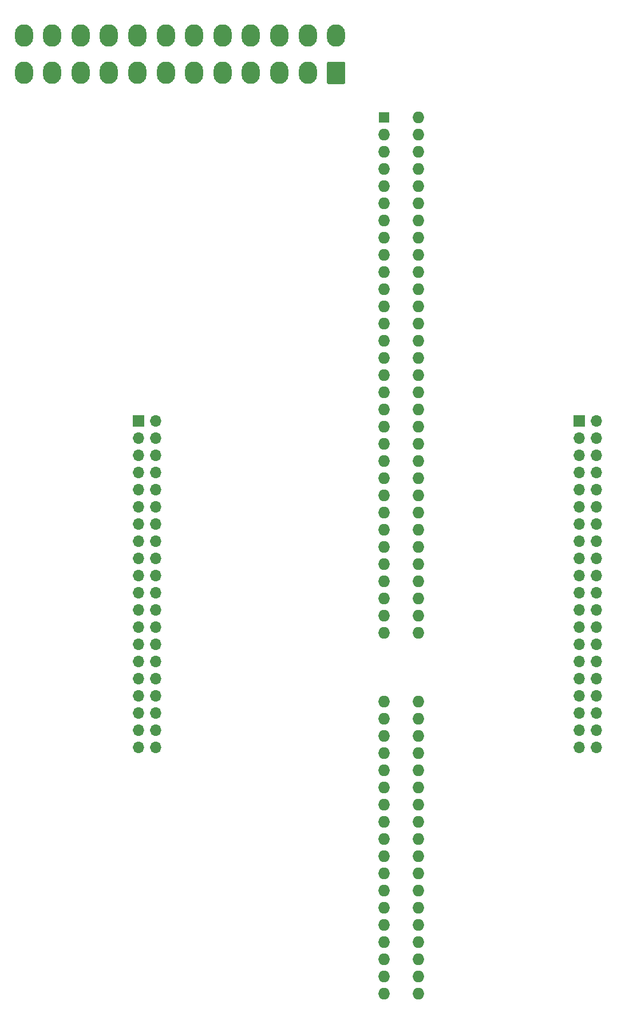
<source format=gbr>
G04 #@! TF.GenerationSoftware,KiCad,Pcbnew,(5.1.0)-1*
G04 #@! TF.CreationDate,2019-04-26T16:58:35+10:00*
G04 #@! TF.ProjectId,CT2960_Riser,43543239-3630-45f5-9269-7365722e6b69,rev?*
G04 #@! TF.SameCoordinates,Original*
G04 #@! TF.FileFunction,Soldermask,Bot*
G04 #@! TF.FilePolarity,Negative*
%FSLAX46Y46*%
G04 Gerber Fmt 4.6, Leading zero omitted, Abs format (unit mm)*
G04 Created by KiCad (PCBNEW (5.1.0)-1) date 2019-04-26 16:58:35*
%MOMM*%
%LPD*%
G04 APERTURE LIST*
%ADD10O,1.700000X1.700000*%
%ADD11R,1.700000X1.700000*%
%ADD12O,1.750000X1.750000*%
%ADD13R,1.524000X1.524000*%
%ADD14C,0.150000*%
%ADD15C,2.700000*%
%ADD16O,2.700000X3.300000*%
G04 APERTURE END LIST*
D10*
X162220000Y-147258000D03*
X159680000Y-147258000D03*
X162220000Y-144718000D03*
X159680000Y-144718000D03*
X162220000Y-142178000D03*
X159680000Y-142178000D03*
X162220000Y-139638000D03*
X159680000Y-139638000D03*
X162220000Y-137098000D03*
X159680000Y-137098000D03*
X162220000Y-134558000D03*
X159680000Y-134558000D03*
X162220000Y-132018000D03*
X159680000Y-132018000D03*
X162220000Y-129478000D03*
X159680000Y-129478000D03*
X162220000Y-126938000D03*
X159680000Y-126938000D03*
X162220000Y-124398000D03*
X159680000Y-124398000D03*
X162220000Y-121858000D03*
X159680000Y-121858000D03*
X162220000Y-119318000D03*
X159680000Y-119318000D03*
X162220000Y-116778000D03*
X159680000Y-116778000D03*
X162220000Y-114238000D03*
X159680000Y-114238000D03*
X162220000Y-111698000D03*
X159680000Y-111698000D03*
X162220000Y-109158000D03*
X159680000Y-109158000D03*
X162220000Y-106618000D03*
X159680000Y-106618000D03*
X162220000Y-104078000D03*
X159680000Y-104078000D03*
X162220000Y-101538000D03*
X159680000Y-101538000D03*
X162220000Y-98998000D03*
D11*
X159680000Y-98998000D03*
D12*
X135890000Y-183642000D03*
X135890000Y-181102000D03*
X135890000Y-178562000D03*
X135890000Y-176022000D03*
X135890000Y-173482000D03*
X135890000Y-170942000D03*
X135890000Y-168402000D03*
X135890000Y-165862000D03*
X135890000Y-163322000D03*
X135890000Y-160782000D03*
X135890000Y-158242000D03*
X135890000Y-155702000D03*
X135890000Y-153162000D03*
X135890000Y-150622000D03*
X135890000Y-148082000D03*
X135890000Y-145542000D03*
X135890000Y-143002000D03*
X135890000Y-140462000D03*
X130810000Y-183642000D03*
X130810000Y-181102000D03*
X130810000Y-178562000D03*
X130810000Y-176022000D03*
X130810000Y-173482000D03*
X130810000Y-170942000D03*
X130810000Y-168402000D03*
X130810000Y-165862000D03*
X130810000Y-163322000D03*
X130810000Y-160782000D03*
X130810000Y-158242000D03*
X130810000Y-155702000D03*
X130810000Y-153162000D03*
X130810000Y-150622000D03*
X130810000Y-148082000D03*
X130810000Y-145542000D03*
X130810000Y-143002000D03*
X130810000Y-140462000D03*
X135890000Y-130302000D03*
X135890000Y-127762000D03*
X135890000Y-125222000D03*
X135890000Y-122682000D03*
X135890000Y-120142000D03*
X135890000Y-117602000D03*
X135890000Y-115062000D03*
X135890000Y-112522000D03*
X135890000Y-109982000D03*
X135890000Y-107442000D03*
X135890000Y-104902000D03*
X135890000Y-102362000D03*
X135890000Y-99822000D03*
X135890000Y-79502000D03*
X135890000Y-66802000D03*
X135890000Y-97282000D03*
X135890000Y-76962000D03*
X135890000Y-89662000D03*
X135890000Y-92202000D03*
X135890000Y-94742000D03*
X135890000Y-82042000D03*
X135890000Y-74422000D03*
X135890000Y-71882000D03*
X135890000Y-69342000D03*
X135890000Y-84582000D03*
X135890000Y-87122000D03*
X135890000Y-59182000D03*
X135890000Y-64262000D03*
X135890000Y-61722000D03*
X135890000Y-54102000D03*
X135890000Y-56642000D03*
X130810000Y-130302000D03*
X130810000Y-127762000D03*
X130810000Y-125222000D03*
X130810000Y-122682000D03*
X130810000Y-120142000D03*
X130810000Y-117602000D03*
X130810000Y-115062000D03*
X130810000Y-112522000D03*
X130810000Y-109982000D03*
X130810000Y-107442000D03*
X130810000Y-104902000D03*
X130810000Y-102362000D03*
X130810000Y-99822000D03*
X130810000Y-97282000D03*
X130810000Y-94742000D03*
X130810000Y-92202000D03*
X130810000Y-89662000D03*
X130810000Y-87122000D03*
X130810000Y-84582000D03*
X130810000Y-82042000D03*
X130810000Y-79502000D03*
X130810000Y-76962000D03*
X130810000Y-74422000D03*
X130810000Y-71882000D03*
X130810000Y-69342000D03*
X130810000Y-66802000D03*
X130810000Y-64262000D03*
X130810000Y-61722000D03*
X130810000Y-59182000D03*
X130810000Y-56642000D03*
D13*
X130810000Y-54102000D03*
D10*
X96970000Y-147258000D03*
X94430000Y-147258000D03*
X96970000Y-144718000D03*
X94430000Y-144718000D03*
X96970000Y-142178000D03*
X94430000Y-142178000D03*
X96970000Y-139638000D03*
X94430000Y-139638000D03*
X96970000Y-137098000D03*
X94430000Y-137098000D03*
X96970000Y-134558000D03*
X94430000Y-134558000D03*
X96970000Y-132018000D03*
X94430000Y-132018000D03*
X96970000Y-129478000D03*
X94430000Y-129478000D03*
X96970000Y-126938000D03*
X94430000Y-126938000D03*
X96970000Y-124398000D03*
X94430000Y-124398000D03*
X96970000Y-121858000D03*
X94430000Y-121858000D03*
X96970000Y-119318000D03*
X94430000Y-119318000D03*
X96970000Y-116778000D03*
X94430000Y-116778000D03*
X96970000Y-114238000D03*
X94430000Y-114238000D03*
X96970000Y-111698000D03*
X94430000Y-111698000D03*
X96970000Y-109158000D03*
X94430000Y-109158000D03*
X96970000Y-106618000D03*
X94430000Y-106618000D03*
X96970000Y-104078000D03*
X94430000Y-104078000D03*
X96970000Y-101538000D03*
X94430000Y-101538000D03*
X96970000Y-98998000D03*
D11*
X94430000Y-98998000D03*
D14*
G36*
X124821512Y-45849209D02*
G01*
X124845887Y-45852825D01*
X124869790Y-45858812D01*
X124892992Y-45867114D01*
X124915268Y-45877650D01*
X124936404Y-45890318D01*
X124956196Y-45904997D01*
X124974455Y-45921545D01*
X124991003Y-45939804D01*
X125005682Y-45959596D01*
X125018350Y-45980732D01*
X125028886Y-46003008D01*
X125037188Y-46026210D01*
X125043175Y-46050113D01*
X125046791Y-46074488D01*
X125048000Y-46099100D01*
X125048000Y-48896900D01*
X125046791Y-48921512D01*
X125043175Y-48945887D01*
X125037188Y-48969790D01*
X125028886Y-48992992D01*
X125018350Y-49015268D01*
X125005682Y-49036404D01*
X124991003Y-49056196D01*
X124974455Y-49074455D01*
X124956196Y-49091003D01*
X124936404Y-49105682D01*
X124915268Y-49118350D01*
X124892992Y-49128886D01*
X124869790Y-49137188D01*
X124845887Y-49143175D01*
X124821512Y-49146791D01*
X124796900Y-49148000D01*
X122599100Y-49148000D01*
X122574488Y-49146791D01*
X122550113Y-49143175D01*
X122526210Y-49137188D01*
X122503008Y-49128886D01*
X122480732Y-49118350D01*
X122459596Y-49105682D01*
X122439804Y-49091003D01*
X122421545Y-49074455D01*
X122404997Y-49056196D01*
X122390318Y-49036404D01*
X122377650Y-49015268D01*
X122367114Y-48992992D01*
X122358812Y-48969790D01*
X122352825Y-48945887D01*
X122349209Y-48921512D01*
X122348000Y-48896900D01*
X122348000Y-46099100D01*
X122349209Y-46074488D01*
X122352825Y-46050113D01*
X122358812Y-46026210D01*
X122367114Y-46003008D01*
X122377650Y-45980732D01*
X122390318Y-45959596D01*
X122404997Y-45939804D01*
X122421545Y-45921545D01*
X122439804Y-45904997D01*
X122459596Y-45890318D01*
X122480732Y-45877650D01*
X122503008Y-45867114D01*
X122526210Y-45858812D01*
X122550113Y-45852825D01*
X122574488Y-45849209D01*
X122599100Y-45848000D01*
X124796900Y-45848000D01*
X124821512Y-45849209D01*
X124821512Y-45849209D01*
G37*
D15*
X123698000Y-47498000D03*
D16*
X119498000Y-47498000D03*
X115298000Y-47498000D03*
X111098000Y-47498000D03*
X106898000Y-47498000D03*
X102698000Y-47498000D03*
X98498000Y-47498000D03*
X94298000Y-47498000D03*
X90098000Y-47498000D03*
X85898000Y-47498000D03*
X81698000Y-47498000D03*
X77498000Y-47498000D03*
X123698000Y-41998000D03*
X119498000Y-41998000D03*
X115298000Y-41998000D03*
X111098000Y-41998000D03*
X106898000Y-41998000D03*
X102698000Y-41998000D03*
X98498000Y-41998000D03*
X94298000Y-41998000D03*
X90098000Y-41998000D03*
X85898000Y-41998000D03*
X81698000Y-41998000D03*
X77498000Y-41998000D03*
M02*

</source>
